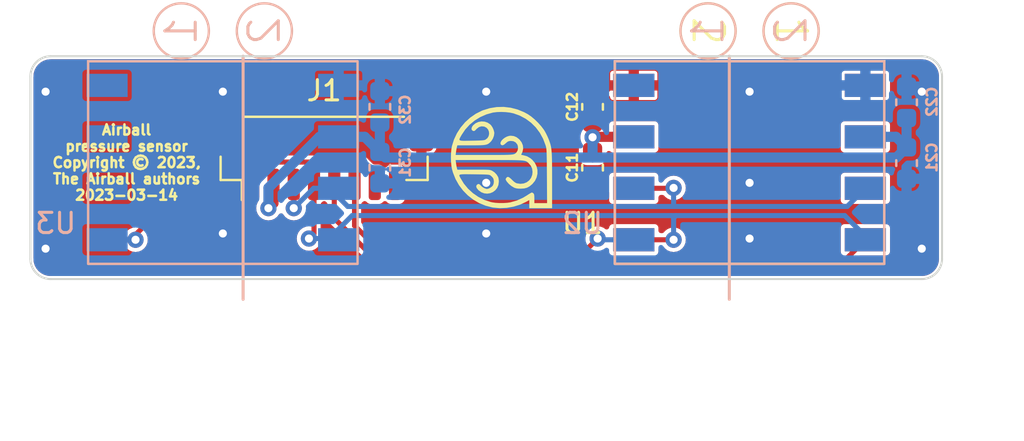
<source format=kicad_pcb>
(kicad_pcb (version 20211014) (generator pcbnew)
  (layers (0 "F.Cu" signal) (31 "B.Cu" signal) (34 "B.Paste" user) (35 "F.Paste" user) (36 "B.SilkS" user "B.Silkscreen") (37 "F.SilkS" user "F.Silkscreen") (38 "B.Mask" user) (39 "F.Mask" user) (44 "Edge.Cuts" user))
  (net 0 "")
  (net 1 "+3V3")
  (net 2 "GND")
  (net 4 "/!CS1")
  (net 5 "/MISO")
  (net 6 "/SCLK")
  (net 7 "/!CS0")
  (net 8 "/!CS2")
  (footprint "airball-hardware:JST_SH_BM08B-SRSS-TB_1x08-1MP_P1.00mm_Vertical" (layer "F.Cu") (at -8 5)
    (fp_text reference "J1" (at 0 -3.3) (layer "F.SilkS"))
    (fp_text value "Conn_01x08_Male")
    (fp_line (start -5.11 1.11) (end -4.06 1.11) (layer "F.SilkS") (width 0.12))
    (fp_line (start -5.11 -0.04) (end -5.11 1.11) (layer "F.SilkS") (width 0.12))
    (fp_line (start -3.94 -2.01) (end 3.94 -2.01) (layer "F.SilkS") (width 0.12))
    (fp_line (start -4.06 1.11) (end -4.06 2.1) (layer "F.SilkS") (width 0.12))
    (fp_line (start 5.11 -0.04) (end 5.11 1.11) (layer "F.SilkS") (width 0.12))
    (fp_line (start 5.11 1.11) (end 4.06 1.11) (layer "F.SilkS") (width 0.12))
    (pad "1" smd roundrect (at -3.5 1.325) (size 0.6 1.55) (layers "F.Cu" "F.Paste" "F.Mask") (net 2 "GND"))
    (pad "2" smd roundrect (at -2.5 1.325) (size 0.6 1.55) (layers "F.Cu" "F.Paste" "F.Mask") (net 1 "+3V3"))
    (pad "3" smd roundrect (at -1.5 1.325) (size 0.6 1.55) (layers "F.Cu" "F.Paste" "F.Mask") (net 5 "/MISO"))
    (pad "4" smd roundrect (at -0.5 1.325) (size 0.6 1.55) (layers "F.Cu" "F.Paste" "F.Mask") (net 6 "/SCLK"))
    (pad "5" smd roundrect (at 0.5 1.325) (size 0.6 1.55) (layers "F.Cu" "F.Paste" "F.Mask") (net 7 "/!CS0"))
    (pad "6" smd roundrect (at 1.5 1.325) (size 0.6 1.55) (layers "F.Cu" "F.Paste" "F.Mask") (net 4 "/!CS1"))
    (pad "7" smd roundrect (at 2.5 1.325) (size 0.6 1.55) (layers "F.Cu" "F.Paste" "F.Mask") (net 8 "/!CS2"))
    (pad "8" smd roundrect (at 3.5 1.325) (size 0.6 1.55) (layers "F.Cu" "F.Paste" "F.Mask"))
    (pad "MP" smd roundrect (at -4.8 -1.2) (size 1.2 1.8) (layers "F.Cu" "F.Paste" "F.Mask") (roundrect_rratio 0.2083333333) (net 2 "GND"))
    (pad "MP" smd roundrect (at 4.8 -1.2) (size 1.2 1.8) (layers "F.Cu" "F.Paste" "F.Mask") (roundrect_rratio 0.2083333333) (net 2 "GND"))
  )
  (footprint "airball-hardware:TruStability SMT" (layer "F.Cu") (at 13 5.25 -90)
    (fp_text reference "U1" (at 3 8.25 unlocked) (layer "F.SilkS"))
    (fp_text value "TruStability_SPI")
    (fp_text user "2" (at -6.5 2.05 -90 unlocked) (layer "F.SilkS") (effects (font (size 1.5 1.5))))
    (fp_text user "1" (at -6.5 -2.05 -90 unlocked) (layer "F.SilkS") (effects (font (size 1.5 1.5))))
    (fp_rect (start -5 -6.65) (end 5 6.65) (layer "F.SilkS") (width 0.12) (fill none))
    (fp_circle (center -6.5 -2.05) (end -5.23 -2.54) (layer "F.SilkS") (width 0.12) (fill none))
    (fp_circle (center -6.5 2.05) (end -5.23 2.54) (layer "F.SilkS") (width 0.12) (fill none))
    (pad "1" smd rect (at -3.81 5.716 270) (size 1.143 2.032) (layers "F.Cu" "F.Paste" "F.Mask") (net 2 "GND"))
    (pad "2" smd rect (at -1.27 5.716 270) (size 1.143 2.032) (layers "F.Cu" "F.Paste" "F.Mask") (net 1 "+3V3"))
    (pad "3" smd rect (at 1.27 5.716 270) (size 1.143 2.032) (layers "F.Cu" "F.Paste" "F.Mask") (net 5 "/MISO"))
    (pad "4" smd rect (at 3.81 5.716 270) (size 1.143 2.032) (layers "F.Cu" "F.Paste" "F.Mask") (net 6 "/SCLK"))
    (pad "5" smd rect (at 3.81 -5.716 270) (size 1.143 2.032) (layers "F.Cu" "F.Paste" "F.Mask") (net 7 "/!CS0"))
    (pad "6" smd rect (at 1.27 -5.716 270) (size 1.143 2.032) (layers "F.Cu" "F.Paste" "F.Mask"))
    (pad "7" smd rect (at -1.27 -5.716 270) (size 1.143 2.032) (layers "F.Cu" "F.Paste" "F.Mask"))
    (pad "8" smd rect (at -3.81 -5.716 270) (size 1.143 2.032) (layers "F.Cu" "F.Paste" "F.Mask"))
  )
  (footprint "Capacitor_SMD:C_0603_1608Metric" (layer "F.Cu") (at 5.25 5.5 -90)
    (fp_text reference "C11" (at 0 1 -90) (layer "F.SilkS") (effects (font (size 0.5 0.5) (thickness 0.125))))
    (fp_text value "0.1uF")
    (fp_line (start -0.14058 0.51) (end 0.14058 0.51) (layer "F.SilkS") (width 0.12))
    (fp_line (start -0.14058 -0.51) (end 0.14058 -0.51) (layer "F.SilkS") (width 0.12))
    (pad "1" smd roundrect (at -0.775 0 270) (size 0.9 0.95) (layers "F.Cu" "F.Paste" "F.Mask") (net 1 "+3V3"))
    (pad "2" smd roundrect (at 0.775 0 270) (size 0.9 0.95) (layers "F.Cu" "F.Paste" "F.Mask") (net 2 "GND"))
  )
  (footprint "Capacitor_SMD:C_0603_1608Metric" (layer "F.Cu") (at 5.25 2.5 90)
    (fp_text reference "C12" (at 0 -1 270) (layer "F.SilkS") (effects (font (size 0.5 0.5) (thickness 0.125))))
    (fp_text value "4.7uF")
    (fp_line (start -0.14058 -0.51) (end 0.14058 -0.51) (layer "F.SilkS") (width 0.12))
    (fp_line (start -0.14058 0.51) (end 0.14058 0.51) (layer "F.SilkS") (width 0.12))
    (pad "1" smd roundrect (at -0.775 0 90) (size 0.9 0.95) (layers "F.Cu" "F.Paste" "F.Mask") (net 1 "+3V3"))
    (pad "2" smd roundrect (at 0.775 0 90) (size 0.9 0.95) (layers "F.Cu" "F.Paste" "F.Mask") (net 2 "GND"))
  )
  (footprint "airball-hardware:airball-logo-5mm" (layer "F.Cu") (at 0.75 5)
    (fp_text reference "G***" hide)
    (fp_text value "LOGO" hide)
    (fp_poly (pts (xy 0.457393 -2.458507) (xy 0.795243 -2.371129) (xy 1.122553 -2.236779) (xy 1.306838 -2.136907) (xy 1.470307 -2.024633) (xy 1.643251 -1.879678) (xy 1.813315 -1.714395) (xy 1.968145 -1.541141) (xy 2.095385 -1.37227) (xy 2.136906 -1.306839) (xy 2.205555 -1.181269) (xy 2.275779 -1.036648) (xy 2.334211 -0.900781) (xy 2.342694 -0.878738) (xy 2.375195 -0.790116) (xy 2.402973 -0.707413) (xy 2.426398 -0.625961) (xy 2.445839 -0.541089) (xy 2.461665 -0.448128) (xy 2.474246 -0.342407) (xy 2.483952 -0.219256) (xy 2.49115 -0.074006) (xy 2.496211 0.098013) (xy 2.499503 0.301471) (xy 2.501396 0.541039) (xy 2.50226 0.821386) (xy 2.502463 1.141898) (xy 2.502463 2.502463) (xy 1.376354 2.502463) (xy 1.376354 2.099619) (xy 1.215782 2.189416) (xy 0.918799 2.328034) (xy 0.598738 2.427153) (xy 0.265177 2.485201) (xy -0.072308 2.500609) (xy -0.404138 2.471804) (xy -0.454218 2.463323) (xy -0.785436 2.378584) (xy -1.098718 2.24943) (xy -1.390322 2.079439) (xy -1.656501 1.872192) (xy -1.893511 1.631269) (xy -2.097608 1.36025) (xy -2.265046 1.062714) (xy -2.392081 0.742241) (xy -2.442049 0.563054) (xy -2.469728 0.402755) (xy -2.486429 0.209857) (xy -2.488738 0.125123) (xy -2.257984 0.125123) (xy -2.240912 0.269014) (xy -2.226657 0.368793) (xy -2.209103 0.46475) (xy -2.199394 0.507243) (xy -2.174948 0.60158) (xy -1.373138 0.599879) (xy -1.150798 0.599543) (xy -0.972669 0.5998) (xy -0.83291 0.600977) (xy -0.725684 0.603404) (xy -0.645151 0.607409) (xy -0.585473 0.61332) (xy -0.540811 0.621465) (xy -0.505327 0.632174) (xy -0.473181 0.645774) (xy -0.461936 0.651134) (xy -0.341797 0.730886) (xy -0.236001 0.840442) (xy -0.161781 0.961798) (xy -0.15953 0.96708) (xy -0.140095 1.039582) (xy -0.127878 1.135334) (xy -0.125673 1.194122) (xy -0.14804 1.35949) (xy -0.2091 1.50177) (xy -0.301803 1.618172) (xy -0.419096 1.705911) (xy -0.553926 1.762199) (xy -0.699242 1.784249) (xy -0.847991 1.769272) (xy -0.99312 1.714483) (xy -1.127578 1.617093) (xy -1.147164 1.597848) (xy -1.219339 1.507394) (xy -1.244714 1.430336) (xy -1.223949 1.364183) (xy -1.212782 1.350321) (xy -1.153159 1.307729) (xy -1.09274 1.313414) (xy -1.028527 1.36792) (xy -1.01348 1.386666) (xy -0.942903 1.453787) (xy -0.849685 1.510512) (xy -0.754712 1.545565) (xy -0.708085 1.551527) (xy -0.633991 1.534448) (xy -0.547306 1.491176) (xy -0.467846 1.433659) (xy -0.416531 1.375751) (xy -0.381349 1.280403) (xy -0.371921 1.170921) (xy -0.388131 1.067877) (xy -0.418624 1.005036) (xy -0.474493 0.942965) (xy -0.535121 0.88992) (xy -0.557366 0.875049) (xy -0.583701 0.863232) (xy -0.619971 0.854036) (xy -0.67202 0.847022) (xy -0.745695 0.841756) (xy -0.84684 0.8378) (xy -0.981301 0.834719) (xy -1.154923 0.832077) (xy -1.340619 0.829816) (xy -1.559338 0.827155) (xy -1.73258 0.825583) (xy -1.864916 0.826294) (xy -1.96092 0.830484) (xy -2.025162 0.839346) (xy -2.062216 0.854075) (xy -2.076652 0.875867) (xy -2.073044 0.905915) (xy -2.055963 0.945414) (xy -2.02998 0.995559) (xy -2.023473 1.008238) (xy -1.854289 1.287014) (xy -1.646091 1.539018) (xy -1.404404 1.759991) (xy -1.134754 1.945679) (xy -0.842665 2.091825) (xy -0.533663 2.194173) (xy -0.462566 2.210688) (xy -0.298845 2.235172) (xy -0.105978 2.247457) (xy 0.096631 2.247506) (xy 0.289578 2.23528) (xy 0.445242 2.212471) (xy 0.767539 2.120692) (xy 1.073003 1.982121) (xy 1.251392 1.874045) (xy 1.34524 1.813176) (xy 1.425637 1.764547) (xy 1.482461 1.734077) (xy 1.503375 1.726699) (xy 1.545303 1.742269) (xy 1.580837 1.768115) (xy 1.603685 1.797444) (xy 1.617619 1.842339) (xy 1.624602 1.914071) (xy 1.626597 2.02391) (xy 1.626601 2.030873) (xy 1.626601 2.252216) (xy 2.254655 2.252216) (xy 2.246157 0.919655) (xy 2.244232 0.62685) (xy 2.242372 0.379568) (xy 2.240385 0.173282) (xy 2.238078 0.003464) (xy 2.23526 -0.134411) (xy 2.231739 -0.244869) (xy 2.227321 -0.332439) (xy 2.221814 -0.401645) (xy 2.215027 -0.457014) (xy 2.206767 -0.503074) (xy 2.196841 -0.54435) (xy 2.185058 -0.585368) (xy 2.181759 -0.596246) (xy 2.057672 -0.92331) (xy 1.894957 -1.220827) (xy 1.695972 -1.486436) (xy 1.463077 -1.717778) (xy 1.19863 -1.912493) (xy 0.904991 -2.068221) (xy 0.600591 -2.17806) (xy 0.421707 -2.216324) (xy 0.213011 -2.24027) (xy -0.007157 -2.249222) (xy -0.220457 -2.242506) (xy -0.408547 -2.219446) (xy -0.426863 -2.215892) (xy -0.741122 -2.128058) (xy -1.039389 -1.997098) (xy -1.315952 -1.827094) (xy -1.565099 -1.622128) (xy -1.781119 -1.38628) (xy -1.9583 -1.123631) (xy -1.96024 -1.120204) (xy -2.012561 -1.028881) (xy -2.050937 -0.958169) (xy -2.071108 -0.905546) (xy -2.068813 -0.868493) (xy -2.039793 -0.84449) (xy -1.979788 -0.831015) (xy -1.884537 -0.82555) (xy -1.74978 -0.825573) (xy -1.571258 -0.828564) (xy -1.470197 -0.830291) (xy -1.272792 -0.83391) (xy -1.11905 -0.838074) (xy -1.002585 -0.843262) (xy -0.91701 -0.849952) (xy -0.855938 -0.858625) (xy -0.812985 -0.869758) (xy -0.785736 -0.881628) (xy -0.690441 -0.95733) (xy -0.631139 -1.055404) (xy -0.606768 -1.165598) (xy -0.616263 -1.277656) (xy -0.658562 -1.381326) (xy -0.732601 -1.466351) (xy -0.837316 -1.522479) (xy -0.852665 -1.526995) (xy -0.984672 -1.539383) (xy -1.106509 -1.502788) (xy -1.217995 -1.417271) (xy -1.232617 -1.401566) (xy -1.295092 -1.33711) (xy -1.341301 -1.307683) (xy -1.384805 -1.308121) (xy -1.42805 -1.327186) (xy -1.469308 -1.374035) (xy -1.474337 -1.443515) (xy -1.444278 -1.524967) (xy -1.40028 -1.586494) (xy -1.279201 -1.689526) (xy -1.136858 -1.754586) (xy -0.983149 -1.781723) (xy -0.827972 -1.770987) (xy -0.681224 -1.722428) (xy -0.552804 -1.636096) (xy -0.501161 -1.581963) (xy -0.43555 -1.481304) (xy -0.383652 -1.362688) (xy -0.354081 -1.247857) (xy -0.350345 -1.201267) (xy -0.369287 -1.070093) (xy -0.419805 -0.934243) (xy -0.492441 -0.817105) (xy -0.516994 -0.789249) (xy -0.569483 -0.737098) (xy -0.618741 -0.695624) (xy -0.671136 -0.6636) (xy -0.73304 -0.639801) (xy -0.810821 -0.622999) (xy -0.91085 -0.61197) (xy -1.039498 -0.605486) (xy -1.203135 -0.602322) (xy -1.40813 -0.601251) (xy -1.494258 -0.601141) (xy -2.175214 -0.600592) (xy -2.199527 -0.506749) (xy -2.216584 -0.426703) (xy -2.233319 -0.325831) (xy -2.240912 -0.269015) (xy -2.257984 -0.125124) (xy -0.852479 -0.125124) (xy -0.544317 -0.125119) (xy -0.282139 -0.125331) (xy -0.06188 -0.126103) (xy 0.120528 -0.127776) (xy 0.269148 -0.130691) (xy 0.388047 -0.13519) (xy 0.48129 -0.141614) (xy 0.552943 -0.150304) (xy 0.607071 -0.161603) (xy 0.64774 -0.175851) (xy 0.679016 -0.193391) (xy 0.704963 -0.214563) (xy 0.729648 -0.23971) (xy 0.748077 -0.259565) (xy 0.799462 -0.34754) (xy 0.820864 -0.458031) (xy 0.810669 -0.572318) (xy 0.781626 -0.648707) (xy 0.701379 -0.746276) (xy 0.592808 -0.80413) (xy 0.461232 -0.819609) (xy 0.442451 -0.818347) (xy 0.362756 -0.805276) (xy 0.299314 -0.775519) (xy 0.230914 -0.718372) (xy 0.216282 -0.704197) (xy 0.126202 -0.630318) (xy 0.052343 -0.602357) (xy -0.007399 -0.619658) (xy -0.02002 -0.630621) (xy -0.048193 -0.68902) (xy -0.036616 -0.759315) (xy 0.007858 -0.835154) (xy 0.078374 -0.910179) (xy 0.168081 -0.978037) (xy 0.270126 -1.032371) (xy 0.377655 -1.066828) (xy 0.460052 -1.075815) (xy 0.613275 -1.058549) (xy 0.748045 -1.002485) (xy 0.876208 -0.902477) (xy 0.889759 -0.889223) (xy 0.996918 -0.751856) (xy 1.059151 -0.601425) (xy 1.075209 -0.444466) (xy 1.043841 -0.287515) (xy 1.016933 -0.224591) (xy 0.990184 -0.169392) (xy 0.976446 -0.137957) (xy 0.97596 -0.135991) (xy 0.99805 -0.128484) (xy 1.053659 -0.117197) (xy 1.082315 -0.112322) (xy 1.26694 -0.059482) (xy 1.435336 0.038117) (xy 1.522441 0.111233) (xy 1.649868 0.262369) (xy 1.735193 0.432893) (xy 1.778415 0.61513) (xy 1.779534 0.801408) (xy 1.738549 0.984053) (xy 1.655462 1.155392) (xy 1.530272 1.307751) (xy 1.522441 1.31517) (xy 1.392267 1.422164) (xy 1.265188 1.490796) (xy 1.124862 1.527453) (xy 0.954946 1.538521) (xy 0.950936 1.538525) (xy 0.822757 1.534654) (xy 0.726653 1.521145) (xy 0.645114 1.495162) (xy 0.622552 1.485284) (xy 0.494833 1.409637) (xy 0.371601 1.307508) (xy 0.271915 1.195435) (xy 0.248345 1.160569) (xy 0.215862 1.102627) (xy 0.209874 1.064362) (xy 0.228556 1.024183) (xy 0.235863 1.01284) (xy 0.279335 0.966151) (xy 0.32943 0.955688) (xy 0.391906 0.983189) (xy 0.472519 1.050394) (xy 0.520943 1.098925) (xy 0.624684 1.196266) (xy 0.713127 1.254805) (xy 0.763251 1.273958) (xy 0.938656 1.299163) (xy 1.102327 1.280779) (xy 1.248307 1.223126) (xy 1.370642 1.13052) (xy 1.463377 1.007278) (xy 1.520555 0.857717) (xy 1.536753 0.713202) (xy 1.51657 0.551796) (xy 1.453609 0.410068) (xy 1.347173 0.282591) (xy 1.315715 0.252509) (xy 1.286011 0.226524) (xy 1.254343 0.204336) (xy 1.216991 0.185645) (xy 1.170236 0.170151) (xy 1.110359 0.157555) (xy 1.033642 0.147556) (xy 0.936365 0.139856) (xy 0.814809 0.134154) (xy 0.665255 0.130151) (xy 0.483984 0.127546) (xy 0.267277 0.126041) (xy 0.011415 0.125335) (xy -0.287321 0.125129) (xy -0.606621 0.125123) (xy -2.257984 0.125123) (xy -2.488738 0.125123) (xy -2.492131 0.000595) (xy -2.486815 -0.208795) (xy -2.47046 -0.402077) (xy -2.443478 -0.561171) (xy -2.342544 -0.88564) (xy -2.197779 -1.193381) (xy -2.013396 -1.479521) (xy -1.793608 -1.739188) (xy -1.542626 -1.967509) (xy -1.264663 -2.159614) (xy -0.96393 -2.310628) (xy -0.913618 -2.330792) (xy -0.576503 -2.435054) (xy -0.23277 -2.490843) (xy 0.113292 -2.498536)) (layer "F.SilkS") (width 0) (fill solid))
  )
  (footprint "Capacitor_SMD:C_0603_1608Metric" (layer "B.Cu") (at -5.25 5.5 -90)
    (fp_text reference "C31" (at -0.25 -1.25 -90) (layer "B.SilkS") (effects (font (size 0.5 0.5) (thickness 0.125)) (justify mirror)))
    (fp_text value "0.1uF")
    (fp_line (start -0.14058 -0.51) (end 0.14058 -0.51) (layer "B.SilkS") (width 0.12))
    (fp_line (start -0.14058 0.51) (end 0.14058 0.51) (layer "B.SilkS") (width 0.12))
    (pad "1" smd roundrect (at -0.775 0 270) (size 0.9 0.95) (layers "B.Cu" "B.Paste" "B.Mask") (net 1 "+3V3"))
    (pad "2" smd roundrect (at 0.775 0 270) (size 0.9 0.95) (layers "B.Cu" "B.Paste" "B.Mask") (net 2 "GND"))
  )
  (footprint "Capacitor_SMD:C_0603_1608Metric" (layer "B.Cu") (at 20.75 5.275 -90)
    (fp_text reference "C21" (at -0.275 -1.25 -90) (layer "B.SilkS") (effects (font (size 0.5 0.5) (thickness 0.125)) (justify mirror)))
    (fp_text value "0.1uF")
    (fp_line (start -0.14058 0.51) (end 0.14058 0.51) (layer "B.SilkS") (width 0.12))
    (fp_line (start -0.14058 -0.51) (end 0.14058 -0.51) (layer "B.SilkS") (width 0.12))
    (pad "1" smd roundrect (at -0.775 0 270) (size 0.9 0.95) (layers "B.Cu" "B.Paste" "B.Mask") (net 1 "+3V3"))
    (pad "2" smd roundrect (at 0.775 0 270) (size 0.9 0.95) (layers "B.Cu" "B.Paste" "B.Mask") (net 2 "GND"))
  )
  (footprint "Capacitor_SMD:C_0603_1608Metric" (layer "B.Cu") (at -5.25 2.5 90)
    (fp_text reference "C32" (at -0.14058 1.25 270) (layer "B.SilkS") (effects (font (size 0.5 0.5) (thickness 0.125)) (justify mirror)))
    (fp_text value "4.7uF")
    (fp_line (start -0.14058 -0.51) (end 0.14058 -0.51) (layer "B.SilkS") (width 0.12))
    (fp_line (start -0.14058 0.51) (end 0.14058 0.51) (layer "B.SilkS") (width 0.12))
    (pad "1" smd roundrect (at -0.775 0 90) (size 0.9 0.95) (layers "B.Cu" "B.Paste" "B.Mask") (net 1 "+3V3"))
    (pad "2" smd roundrect (at 0.775 0 90) (size 0.9 0.95) (layers "B.Cu" "B.Paste" "B.Mask") (net 2 "GND"))
  )
  (footprint "airball-hardware:TruStability SMT" (layer "B.Cu") (at 13 5.25 -90)
    (fp_text reference "U2" (at 3 8.25 unlocked) (layer "B.SilkS") (effects (justify mirror)))
    (fp_text value "TruStability_SPI")
    (fp_text user "1" (at -6.5 2.05 90 unlocked) (layer "B.SilkS") (effects (font (size 1.5 1.5)) (justify mirror)))
    (fp_text user "2" (at -6.5 -2.05 90 unlocked) (layer "B.SilkS") (effects (font (size 1.5 1.5)) (justify mirror)))
    (fp_rect (start -5 6.65) (end 5 -6.65) (layer "B.SilkS") (width 0.12) (fill none))
    (fp_circle (center -6.5 2.05) (end -5.23 2.54) (layer "B.SilkS") (width 0.12) (fill none))
    (fp_circle (center -6.5 -2.05) (end -5.23 -2.54) (layer "B.SilkS") (width 0.12) (fill none))
    (pad "1" smd rect (at -3.81 -5.716 270) (size 1.143 2.032) (layers "B.Cu" "B.Paste" "B.Mask") (net 2 "GND"))
    (pad "2" smd rect (at -1.27 -5.716 270) (size 1.143 2.032) (layers "B.Cu" "B.Paste" "B.Mask") (net 1 "+3V3"))
    (pad "3" smd rect (at 1.27 -5.716 270) (size 1.143 2.032) (layers "B.Cu" "B.Paste" "B.Mask") (net 5 "/MISO"))
    (pad "4" smd rect (at 3.81 -5.716 270) (size 1.143 2.032) (layers "B.Cu" "B.Paste" "B.Mask") (net 6 "/SCLK"))
    (pad "5" smd rect (at 3.81 5.716 270) (size 1.143 2.032) (layers "B.Cu" "B.Paste" "B.Mask") (net 4 "/!CS1"))
    (pad "6" smd rect (at 1.27 5.716 270) (size 1.143 2.032) (layers "B.Cu" "B.Paste" "B.Mask"))
    (pad "7" smd rect (at -1.27 5.716 270) (size 1.143 2.032) (layers "B.Cu" "B.Paste" "B.Mask"))
    (pad "8" smd rect (at -3.81 5.716 270) (size 1.143 2.032) (layers "B.Cu" "B.Paste" "B.Mask"))
  )
  (footprint "Capacitor_SMD:C_0603_1608Metric" (layer "B.Cu") (at 20.75 2.275 90)
    (fp_text reference "C22" (at 0.025 1.25 90) (layer "B.SilkS") (effects (font (size 0.5 0.5) (thickness 0.125)) (justify mirror)))
    (fp_text value "4.7uF")
    (fp_line (start -0.14058 -0.51) (end 0.14058 -0.51) (layer "B.SilkS") (width 0.12))
    (fp_line (start -0.14058 0.51) (end 0.14058 0.51) (layer "B.SilkS") (width 0.12))
    (pad "1" smd roundrect (at -0.775 0 90) (size 0.9 0.95) (layers "B.Cu" "B.Paste" "B.Mask") (net 1 "+3V3"))
    (pad "2" smd roundrect (at 0.775 0 90) (size 0.9 0.95) (layers "B.Cu" "B.Paste" "B.Mask") (net 2 "GND"))
  )
  (footprint "airball-hardware:TruStability SMT" (layer "B.Cu") (at -13 5.25 -90)
    (fp_text reference "U3" (at 3 8.25 unlocked) (layer "B.SilkS") (effects (justify mirror)))
    (fp_text value "TruStability_SPI")
    (fp_text user "1" (at -6.5 2.05 90 unlocked) (layer "B.SilkS") (effects (font (size 1.5 1.5)) (justify mirror)))
    (fp_text user "2" (at -6.5 -2.05 90 unlocked) (layer "B.SilkS") (effects (font (size 1.5 1.5)) (justify mirror)))
    (fp_rect (start -5 6.65) (end 5 -6.65) (layer "B.SilkS") (width 0.12) (fill none))
    (fp_circle (center -6.5 2.05) (end -5.23 2.54) (layer "B.SilkS") (width 0.12) (fill none))
    (fp_circle (center -6.5 -2.05) (end -5.23 -2.54) (layer "B.SilkS") (width 0.12) (fill none))
    (pad "1" smd rect (at -3.81 -5.716 270) (size 1.143 2.032) (layers "B.Cu" "B.Paste" "B.Mask") (net 2 "GND"))
    (pad "2" smd rect (at -1.27 -5.716 270) (size 1.143 2.032) (layers "B.Cu" "B.Paste" "B.Mask") (net 1 "+3V3"))
    (pad "3" smd rect (at 1.27 -5.716 270) (size 1.143 2.032) (layers "B.Cu" "B.Paste" "B.Mask") (net 5 "/MISO"))
    (pad "4" smd rect (at 3.81 -5.716 270) (size 1.143 2.032) (layers "B.Cu" "B.Paste" "B.Mask") (net 6 "/SCLK"))
    (pad "5" smd rect (at 3.81 5.716 270) (size 1.143 2.032) (layers "B.Cu" "B.Paste" "B.Mask") (net 8 "/!CS2"))
    (pad "6" smd rect (at 1.27 5.716 270) (size 1.143 2.032) (layers "B.Cu" "B.Paste" "B.Mask"))
    (pad "7" smd rect (at -1.27 5.716 270) (size 1.143 2.032) (layers "B.Cu" "B.Paste" "B.Mask"))
    (pad "8" smd rect (at -3.81 5.716 270) (size 1.143 2.032) (layers "B.Cu" "B.Paste" "B.Mask"))
  )
  (gr_line (start 12 0) (end 12 12) (layer "B.SilkS") (width 0.15))
  (gr_line (start -12 0) (end -12 12) (layer "B.SilkS") (width 0.15))
  (gr_arc (start -22.5 1) (mid -22.207107 0.292893) (end -21.5 0) (layer "Edge.Cuts") (width 0.1))
  (gr_line (start 22.5 1) (end 22.5 10) (layer "Edge.Cuts") (width 0.1))
  (gr_line (start 21.5 11) (end -21.5 11) (layer "Edge.Cuts") (width 0.1))
  (gr_arc (start 21.5 0) (mid 22.207107 0.292893) (end 22.5 1) (layer "Edge.Cuts") (width 0.1))
  (gr_line (start -21.5 0) (end 21.5 0) (layer "Edge.Cuts") (width 0.1))
  (gr_line (start -22.5 10) (end -22.5 1) (layer "Edge.Cuts") (width 0.1))
  (gr_arc (start 22.5 10) (mid 22.207107 10.707107) (end 21.5 11) (layer "Edge.Cuts") (width 0.1))
  (gr_arc (start -21.5 11) (mid -22.207107 10.707107) (end -22.5 10) (layer "Edge.Cuts") (width 0.1))
  (gr_text "Airball\npressure sensor\nCopyright © 2023,\nThe Airball authors\n2023-03-14" (at -17.75 5.25) (layer "F.SilkS") (effects (font (size 0.5 0.5) (thickness 0.125))))
  (segment (start -10.5 7.25) (end -10.75 7.5) (width 0.5) (layer "F.Cu") (net 1))
  (segment (start 5.27 3.98) (end 7.284 3.98) (width 0.5) (layer "F.Cu") (net 1))
  (segment (start 5.25 4) (end 5.27 3.98) (width 0.5) (layer "F.Cu") (net 1))
  (segment (start -10.5 6.325) (end -10.5 7.25) (width 0.5) (layer "F.Cu") (net 1))
  (segment (start 5.25 3.275) (end 5.25 4) (width 0.5) (layer "F.Cu") (net 1))
  (segment (start 5.25 4) (end 5.25 4.725) (width 0.5) (layer "F.Cu") (net 1))
  (via (at 5.25 4) (size 0.8) (drill 0.4) (layers "F.Cu" "B.Cu") (net 1))
  (via (at -10.75 7.5) (size 0.8) (drill 0.4) (layers "F.Cu" "B.Cu") (net 1))
  (segment (start 5.25 5) (end 5.2515 5.0015) (width 0.5) (layer "B.Cu") (net 1))
  (segment (start -8.23 3.98) (end -7.284 3.98) (width 0.5) (layer "B.Cu") (net 1))
  (segment (start 18.716 3.98) (end 20.23 3.98) (width 0.5) (layer "B.Cu") (net 1))
  (segment (start 20.2485 5.0015) (end 20.75 4.5) (width 0.5) (layer "B.Cu") (net 1))
  (segment (start -5.995 3.98) (end -4.9735 5.0015) (width 0.5) (layer "B.Cu") (net 1))
  (segment (start -10.75 7.5) (end -10.75 6.5) (width 0.5) (layer "B.Cu") (net 1))
  (segment (start -10.75 6.5) (end -8.23 3.98) (width 0.5) (layer "B.Cu") (net 1))
  (segment (start -5.25 3.275) (end -5.25 4.725) (width 0.5) (layer "B.Cu") (net 1))
  (segment (start 5.25 4) (end 5.25 5) (width 0.5) (layer "B.Cu") (net 1))
  (segment (start 20.75 4.5) (end 20.75 3.05) (width 0.5) (layer "B.Cu") (net 1))
  (segment (start 20.23 3.98) (end 20.75 4.5) (width 0.5) (layer "B.Cu") (net 1))
  (segment (start -4.9735 5.0015) (end 20.2485 5.0015) (width 0.5) (layer "B.Cu") (net 1))
  (segment (start -7.284 3.98) (end -5.995 3.98) (width 0.5) (layer "B.Cu") (net 1))
  (via (at -13 8.75) (size 0.8) (drill 0.4) (layers "F.Cu" "B.Cu") (net 2))
  (via (at -13 1.75) (size 0.8) (drill 0.4) (layers "F.Cu" "B.Cu") (net 2))
  (via (at 21.5 1.75) (size 0.8) (drill 0.4) (layers "F.Cu" "B.Cu") (net 2))
  (via (at -21.75 9.5) (size 0.8) (drill 0.4) (layers "F.Cu" "B.Cu") (net 2))
  (via (at 0 6.25) (size 0.8) (drill 0.4) (layers "F.Cu" "B.Cu") (net 2))
  (via (at 13 1.75) (size 0.8) (drill 0.4) (layers "F.Cu" "B.Cu") (net 2))
  (via (at -21.75 1.75) (size 0.8) (drill 0.4) (layers "F.Cu" "B.Cu") (net 2))
  (via (at 0 1.75) (size 0.8) (drill 0.4) (layers "F.Cu" "B.Cu") (net 2))
  (via (at 21.5 9.5) (size 0.8) (drill 0.4) (layers "F.Cu" "B.Cu") (net 2))
  (via (at 13 9) (size 0.8) (drill 0.4) (layers "F.Cu" "B.Cu") (net 2))
  (via (at 0 8.75) (size 0.8) (drill 0.4) (layers "F.Cu" "B.Cu") (net 2))
  (via (at 13 6.25) (size 0.8) (drill 0.4) (layers "F.Cu" "B.Cu") (net 2))
  (segment (start 4.7 9.8) (end 5.5 9) (width 0.25) (layer "F.Cu") (net 4))
  (segment (start -6.5 8.363604) (end -5.063604 9.8) (width 0.25) (layer "F.Cu") (net 4))
  (segment (start -6.5 6.325) (end -6.5 8.363604) (width 0.25) (layer "F.Cu") (net 4))
  (segment (start -5.063604 9.8) (end 4.7 9.8) (width 0.25) (layer "F.Cu") (net 4))
  (via (at 5.5 9) (size 0.8) (drill 0.4) (layers "F.Cu" "B.Cu") (net 4))
  (segment (start 7.284 9.06) (end 5.56 9.06) (width 0.25) (layer "B.Cu") (net 4))
  (segment (start 5.56 9.06) (end 5.5 9) (width 0.25) (layer "B.Cu") (net 4))
  (segment (start -9.5 6.325) (end -9.5 7.5) (width 0.25) (layer "F.Cu") (net 5))
  (segment (start 9.23 6.52) (end 7.284 6.52) (width 0.25) (layer "F.Cu") (net 5))
  (segment (start 9.25 6.5) (end 9.23 6.52) (width 0.25) (layer "F.Cu") (net 5))
  (via (at -9.5 7.5) (size 0.8) (drill 0.4) (layers "F.Cu" "B.Cu") (net 5))
  (via (at 9.25 6.5) (size 0.8) (drill 0.4) (layers "F.Cu" "B.Cu") (net 5))
  (segment (start -6.8335 7.4165) (end 17.8195 7.4165) (width 0.25) (layer "B.Cu") (net 5))
  (segment (start -7.284 6.52) (end -7.284 6.966) (width 0.25) (layer "B.Cu") (net 5))
  (segment (start -8.52 6.52) (end -7.284 6.52) (width 0.25) (layer "B.Cu") (net 5))
  (segment (start 9.25 7.4165) (end 9.25 6.5) (width 0.25) (layer "B.Cu") (net 5))
  (segment (start 9.25 6.5) (end 9.25 6.75) (width 0.25) (layer "B.Cu") (net 5))
  (segment (start -7.284 6.966) (end -6.8335 7.4165) (width 0.25) (layer "B.Cu") (net 5))
  (segment (start 17.8195 7.4165) (end 18.716 6.52) (width 0.25) (layer "B.Cu") (net 5))
  (segment (start -9.5 7.5) (end -8.52 6.52) (width 0.25) (layer "B.Cu") (net 5))
  (segment (start 9.25 9.06) (end 7.284 9.06) (width 0.25) (layer "F.Cu") (net 6))
  (segment (start -8.5 8.75) (end -8.75 9) (width 0.25) (layer "F.Cu") (net 6))
  (segment (start -8.5 6.325) (end -8.5 8.75) (width 0.25) (layer "F.Cu") (net 6))
  (via (at 9.25 9.06) (size 0.8) (drill 0.4) (layers "F.Cu" "B.Cu") (net 6))
  (via (at -8.75 9) (size 0.8) (drill 0.4) (layers "F.Cu" "B.Cu") (net 6))
  (segment (start 9.25 9.06) (end 9.25 7.983) (width 0.25) (layer "B.Cu") (net 6))
  (segment (start 9.1165 7.8665) (end 9.3665 7.8665) (width 0.25) (layer "B.Cu") (net 6))
  (segment (start -7.284 9.06) (end -7.284 8.534) (width 0.25) (layer "B.Cu") (net 6))
  (segment (start -8.75 9) (end -7.344 9) (width 0.25) (layer "B.Cu") (net 6))
  (segment (start -7.344 9) (end -7.284 9.06) (width 0.25) (layer "B.Cu") (net 6))
  (segment (start 9.25 7.983) (end 9.3665 7.8665) (width 0.25) (layer "B.Cu") (net 6))
  (segment (start 18.716 8.888) (end 18.716 9.06) (width 0.25) (layer "B.Cu") (net 6))
  (segment (start 17.6945 7.8665) (end 18.716 8.888) (width 0.25) (layer "B.Cu") (net 6))
  (segment (start -7.284 8.534) (end -6.6165 7.8665) (width 0.25) (layer "B.Cu") (net 6))
  (segment (start -6.6165 7.8665) (end 9.1165 7.8665) (width 0.25) (layer "B.Cu") (net 6))
  (segment (start 9.3665 7.8665) (end 17.6945 7.8665) (width 0.25) (layer "B.Cu") (net 6))
  (segment (start 17.526 10.25) (end 18.716 9.06) (width 0.25) (layer "F.Cu") (net 7))
  (segment (start -5.25 10.25) (end 17.526 10.25) (width 0.25) (layer "F.Cu") (net 7))
  (segment (start -7.5 8) (end -5.25 10.25) (width 0.25) (layer "F.Cu") (net 7))
  (segment (start -7.5 6.325) (end -7.5 8) (width 0.25) (layer "F.Cu") (net 7))
  (segment (start -17.31 8.81) (end -13.725 5.225) (width 0.25) (layer "F.Cu") (net 8))
  (segment (start -13.725 5.225) (end -6.153249 5.225) (width 0.25) (layer "F.Cu") (net 8))
  (segment (start -5.5 5.878249) (end -5.5 6.325) (width 0.25) (layer "F.Cu") (net 8))
  (segment (start -6.153249 5.225) (end -5.5 5.878249) (width 0.25) (layer "F.Cu") (net 8))
  (segment (start -17.31 9.06) (end -17.31 8.81) (width 0.25) (layer "F.Cu") (net 8))
  (via (at -17.31 9.06) (size 0.8) (drill 0.4) (layers "F.Cu" "B.Cu") (net 8))
  (segment (start -17.31 9.06) (end -18.716 9.06) (width 0.25) (layer "B.Cu") (net 8))
  (zone (net 2) (net_name "GND") (layers F&B.Cu) (connect_pads (clearance 0.15)) (min_thickness 0.254) (fill yes (thermal_gap 0.15) (thermal_bridge_width 0.508))
    (polygon (pts (xy 24 19) (xy -24 19) (xy -24 -2) (xy 24 -2)))
  )
)
</source>
